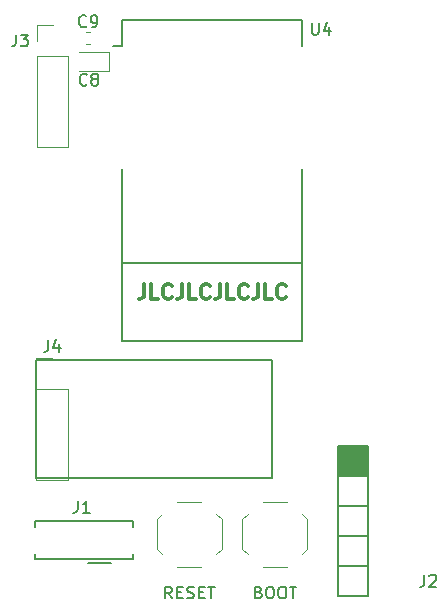
<source format=gto>
%TF.GenerationSoftware,KiCad,Pcbnew,(5.99.0-6613-ge739d5ba65)*%
%TF.CreationDate,2020-11-02T18:56:01+01:00*%
%TF.ProjectId,e28_tx,6532385f-7478-42e6-9b69-6361645f7063,rev?*%
%TF.SameCoordinates,PX5f5e100PY8f0d180*%
%TF.FileFunction,Legend,Top*%
%TF.FilePolarity,Positive*%
%FSLAX46Y46*%
G04 Gerber Fmt 4.6, Leading zero omitted, Abs format (unit mm)*
G04 Created by KiCad (PCBNEW (5.99.0-6613-ge739d5ba65)) date 2020-11-02 18:56:01*
%MOMM*%
%LPD*%
G01*
G04 APERTURE LIST*
%ADD10C,0.300000*%
%ADD11C,0.150000*%
%ADD12C,0.120000*%
%ADD13C,0.100000*%
G04 APERTURE END LIST*
D10*
X14556190Y27414524D02*
X14556190Y26521667D01*
X14496666Y26343096D01*
X14377619Y26224048D01*
X14199047Y26164524D01*
X14080000Y26164524D01*
X15746666Y26164524D02*
X15151428Y26164524D01*
X15151428Y27414524D01*
X16877619Y26283572D02*
X16818095Y26224048D01*
X16639523Y26164524D01*
X16520476Y26164524D01*
X16341904Y26224048D01*
X16222857Y26343096D01*
X16163333Y26462143D01*
X16103809Y26700239D01*
X16103809Y26878810D01*
X16163333Y27116905D01*
X16222857Y27235953D01*
X16341904Y27355000D01*
X16520476Y27414524D01*
X16639523Y27414524D01*
X16818095Y27355000D01*
X16877619Y27295477D01*
X17770476Y27414524D02*
X17770476Y26521667D01*
X17710952Y26343096D01*
X17591904Y26224048D01*
X17413333Y26164524D01*
X17294285Y26164524D01*
X18960952Y26164524D02*
X18365714Y26164524D01*
X18365714Y27414524D01*
X20091904Y26283572D02*
X20032380Y26224048D01*
X19853809Y26164524D01*
X19734761Y26164524D01*
X19556190Y26224048D01*
X19437142Y26343096D01*
X19377619Y26462143D01*
X19318095Y26700239D01*
X19318095Y26878810D01*
X19377619Y27116905D01*
X19437142Y27235953D01*
X19556190Y27355000D01*
X19734761Y27414524D01*
X19853809Y27414524D01*
X20032380Y27355000D01*
X20091904Y27295477D01*
X20984761Y27414524D02*
X20984761Y26521667D01*
X20925238Y26343096D01*
X20806190Y26224048D01*
X20627619Y26164524D01*
X20508571Y26164524D01*
X22175238Y26164524D02*
X21580000Y26164524D01*
X21580000Y27414524D01*
X23306190Y26283572D02*
X23246666Y26224048D01*
X23068095Y26164524D01*
X22949047Y26164524D01*
X22770476Y26224048D01*
X22651428Y26343096D01*
X22591904Y26462143D01*
X22532380Y26700239D01*
X22532380Y26878810D01*
X22591904Y27116905D01*
X22651428Y27235953D01*
X22770476Y27355000D01*
X22949047Y27414524D01*
X23068095Y27414524D01*
X23246666Y27355000D01*
X23306190Y27295477D01*
X24199047Y27414524D02*
X24199047Y26521667D01*
X24139523Y26343096D01*
X24020476Y26224048D01*
X23841904Y26164524D01*
X23722857Y26164524D01*
X25389523Y26164524D02*
X24794285Y26164524D01*
X24794285Y27414524D01*
X26520476Y26283572D02*
X26460952Y26224048D01*
X26282380Y26164524D01*
X26163333Y26164524D01*
X25984761Y26224048D01*
X25865714Y26343096D01*
X25806190Y26462143D01*
X25746666Y26700239D01*
X25746666Y26878810D01*
X25806190Y27116905D01*
X25865714Y27235953D01*
X25984761Y27355000D01*
X26163333Y27414524D01*
X26282380Y27414524D01*
X26460952Y27355000D01*
X26520476Y27295477D01*
D11*
X5400000Y11000000D02*
X25400000Y11000000D01*
X25400000Y11000000D02*
X25400000Y21000000D01*
X25400000Y21000000D02*
X5400000Y21000000D01*
X5400000Y21000000D02*
X5400000Y11000000D01*
%TO.C,J1*%
X8916666Y9047620D02*
X8916666Y8333334D01*
X8869047Y8190477D01*
X8773809Y8095239D01*
X8630952Y8047620D01*
X8535714Y8047620D01*
X9916666Y8047620D02*
X9345238Y8047620D01*
X9630952Y8047620D02*
X9630952Y9047620D01*
X9535714Y8904762D01*
X9440476Y8809524D01*
X9345238Y8761905D01*
%TO.C,C8*%
X9683333Y44317858D02*
X9635714Y44270239D01*
X9492857Y44222620D01*
X9397619Y44222620D01*
X9254761Y44270239D01*
X9159523Y44365477D01*
X9111904Y44460715D01*
X9064285Y44651191D01*
X9064285Y44794048D01*
X9111904Y44984524D01*
X9159523Y45079762D01*
X9254761Y45175000D01*
X9397619Y45222620D01*
X9492857Y45222620D01*
X9635714Y45175000D01*
X9683333Y45127381D01*
X10254761Y44794048D02*
X10159523Y44841667D01*
X10111904Y44889286D01*
X10064285Y44984524D01*
X10064285Y45032143D01*
X10111904Y45127381D01*
X10159523Y45175000D01*
X10254761Y45222620D01*
X10445238Y45222620D01*
X10540476Y45175000D01*
X10588095Y45127381D01*
X10635714Y45032143D01*
X10635714Y44984524D01*
X10588095Y44889286D01*
X10540476Y44841667D01*
X10445238Y44794048D01*
X10254761Y44794048D01*
X10159523Y44746429D01*
X10111904Y44698810D01*
X10064285Y44603572D01*
X10064285Y44413096D01*
X10111904Y44317858D01*
X10159523Y44270239D01*
X10254761Y44222620D01*
X10445238Y44222620D01*
X10540476Y44270239D01*
X10588095Y44317858D01*
X10635714Y44413096D01*
X10635714Y44603572D01*
X10588095Y44698810D01*
X10540476Y44746429D01*
X10445238Y44794048D01*
%TO.C,SW2*%
X24242857Y1321429D02*
X24385714Y1273810D01*
X24433333Y1226191D01*
X24480952Y1130953D01*
X24480952Y988096D01*
X24433333Y892858D01*
X24385714Y845239D01*
X24290476Y797620D01*
X23909523Y797620D01*
X23909523Y1797620D01*
X24242857Y1797620D01*
X24338095Y1750000D01*
X24385714Y1702381D01*
X24433333Y1607143D01*
X24433333Y1511905D01*
X24385714Y1416667D01*
X24338095Y1369048D01*
X24242857Y1321429D01*
X23909523Y1321429D01*
X25100000Y1797620D02*
X25290476Y1797620D01*
X25385714Y1750000D01*
X25480952Y1654762D01*
X25528571Y1464286D01*
X25528571Y1130953D01*
X25480952Y940477D01*
X25385714Y845239D01*
X25290476Y797620D01*
X25100000Y797620D01*
X25004761Y845239D01*
X24909523Y940477D01*
X24861904Y1130953D01*
X24861904Y1464286D01*
X24909523Y1654762D01*
X25004761Y1750000D01*
X25100000Y1797620D01*
X26147619Y1797620D02*
X26338095Y1797620D01*
X26433333Y1750000D01*
X26528571Y1654762D01*
X26576190Y1464286D01*
X26576190Y1130953D01*
X26528571Y940477D01*
X26433333Y845239D01*
X26338095Y797620D01*
X26147619Y797620D01*
X26052380Y845239D01*
X25957142Y940477D01*
X25909523Y1130953D01*
X25909523Y1464286D01*
X25957142Y1654762D01*
X26052380Y1750000D01*
X26147619Y1797620D01*
X26861904Y1797620D02*
X27433333Y1797620D01*
X27147619Y797620D02*
X27147619Y1797620D01*
%TO.C,C9*%
X9633333Y49267858D02*
X9585714Y49220239D01*
X9442857Y49172620D01*
X9347619Y49172620D01*
X9204761Y49220239D01*
X9109523Y49315477D01*
X9061904Y49410715D01*
X9014285Y49601191D01*
X9014285Y49744048D01*
X9061904Y49934524D01*
X9109523Y50029762D01*
X9204761Y50125000D01*
X9347619Y50172620D01*
X9442857Y50172620D01*
X9585714Y50125000D01*
X9633333Y50077381D01*
X10109523Y49172620D02*
X10300000Y49172620D01*
X10395238Y49220239D01*
X10442857Y49267858D01*
X10538095Y49410715D01*
X10585714Y49601191D01*
X10585714Y49982143D01*
X10538095Y50077381D01*
X10490476Y50125000D01*
X10395238Y50172620D01*
X10204761Y50172620D01*
X10109523Y50125000D01*
X10061904Y50077381D01*
X10014285Y49982143D01*
X10014285Y49744048D01*
X10061904Y49648810D01*
X10109523Y49601191D01*
X10204761Y49553572D01*
X10395238Y49553572D01*
X10490476Y49601191D01*
X10538095Y49648810D01*
X10585714Y49744048D01*
%TO.C,U4*%
X28738095Y49547620D02*
X28738095Y48738096D01*
X28785714Y48642858D01*
X28833333Y48595239D01*
X28928571Y48547620D01*
X29119047Y48547620D01*
X29214285Y48595239D01*
X29261904Y48642858D01*
X29309523Y48738096D01*
X29309523Y49547620D01*
X30214285Y49214286D02*
X30214285Y48547620D01*
X29976190Y49595239D02*
X29738095Y48880953D01*
X30357142Y48880953D01*
%TO.C,J4*%
X6416666Y22687620D02*
X6416666Y21973334D01*
X6369047Y21830477D01*
X6273809Y21735239D01*
X6130952Y21687620D01*
X6035714Y21687620D01*
X7321428Y22354286D02*
X7321428Y21687620D01*
X7083333Y22735239D02*
X6845238Y22020953D01*
X7464285Y22020953D01*
%TO.C,SW1*%
X16897619Y797620D02*
X16564285Y1273810D01*
X16326190Y797620D02*
X16326190Y1797620D01*
X16707142Y1797620D01*
X16802380Y1750000D01*
X16850000Y1702381D01*
X16897619Y1607143D01*
X16897619Y1464286D01*
X16850000Y1369048D01*
X16802380Y1321429D01*
X16707142Y1273810D01*
X16326190Y1273810D01*
X17326190Y1321429D02*
X17659523Y1321429D01*
X17802380Y797620D02*
X17326190Y797620D01*
X17326190Y1797620D01*
X17802380Y1797620D01*
X18183333Y845239D02*
X18326190Y797620D01*
X18564285Y797620D01*
X18659523Y845239D01*
X18707142Y892858D01*
X18754761Y988096D01*
X18754761Y1083334D01*
X18707142Y1178572D01*
X18659523Y1226191D01*
X18564285Y1273810D01*
X18373809Y1321429D01*
X18278571Y1369048D01*
X18230952Y1416667D01*
X18183333Y1511905D01*
X18183333Y1607143D01*
X18230952Y1702381D01*
X18278571Y1750000D01*
X18373809Y1797620D01*
X18611904Y1797620D01*
X18754761Y1750000D01*
X19183333Y1321429D02*
X19516666Y1321429D01*
X19659523Y797620D02*
X19183333Y797620D01*
X19183333Y1797620D01*
X19659523Y1797620D01*
X19945238Y1797620D02*
X20516666Y1797620D01*
X20230952Y797620D02*
X20230952Y1797620D01*
%TO.C,J3*%
X3691666Y48547620D02*
X3691666Y47833334D01*
X3644047Y47690477D01*
X3548809Y47595239D01*
X3405952Y47547620D01*
X3310714Y47547620D01*
X4072619Y48547620D02*
X4691666Y48547620D01*
X4358333Y48166667D01*
X4501190Y48166667D01*
X4596428Y48119048D01*
X4644047Y48071429D01*
X4691666Y47976191D01*
X4691666Y47738096D01*
X4644047Y47642858D01*
X4596428Y47595239D01*
X4501190Y47547620D01*
X4215476Y47547620D01*
X4120238Y47595239D01*
X4072619Y47642858D01*
%TO.C,J2*%
X38266666Y2797620D02*
X38266666Y2083334D01*
X38219047Y1940477D01*
X38123809Y1845239D01*
X37980952Y1797620D01*
X37885714Y1797620D01*
X38695238Y2702381D02*
X38742857Y2750000D01*
X38838095Y2797620D01*
X39076190Y2797620D01*
X39171428Y2750000D01*
X39219047Y2702381D01*
X39266666Y2607143D01*
X39266666Y2511905D01*
X39219047Y2369048D01*
X38647619Y1797620D01*
X39266666Y1797620D01*
%TO.C,J1*%
X13600000Y4595000D02*
X13600000Y4120000D01*
X13600000Y7320000D02*
X5300000Y7320000D01*
X5300000Y4120000D02*
X5300000Y4595000D01*
X13600000Y6845000D02*
X13600000Y7320000D01*
X5300000Y7320000D02*
X5300000Y6845000D01*
X13600000Y4120000D02*
X5300000Y4120000D01*
X11750000Y3820000D02*
X9750000Y3820000D01*
D12*
%TO.C,C8*%
X11535000Y47035000D02*
X9050000Y47035000D01*
X11535000Y45465000D02*
X11535000Y47035000D01*
X9050000Y45465000D02*
X11535000Y45465000D01*
%TO.C,SW2*%
X27900000Y4550000D02*
X28350000Y5000000D01*
X24600000Y9000000D02*
X26600000Y9000000D01*
X23300000Y7950000D02*
X22850000Y7500000D01*
X28350000Y5000000D02*
X28350000Y7500000D01*
X27900000Y7950000D02*
X28350000Y7500000D01*
X22850000Y5000000D02*
X22850000Y7500000D01*
X23300000Y4550000D02*
X22850000Y5000000D01*
X24600000Y3500000D02*
X26600000Y3500000D01*
%TO.C,C9*%
X9971267Y47740000D02*
X9628733Y47740000D01*
X9971267Y48760000D02*
X9628733Y48760000D01*
D11*
%TO.C,U4*%
X27900000Y49800000D02*
X27900000Y47600000D01*
X27900000Y29200000D02*
X12700000Y29200000D01*
X12700000Y22600000D02*
X27900000Y22600000D01*
X12700000Y37200000D02*
X12700000Y22600000D01*
X12700000Y47600000D02*
X12700000Y49800000D01*
X12700000Y49800000D02*
X27900000Y49800000D01*
X12700000Y47600000D02*
X11900000Y47600000D01*
X27900000Y22600000D02*
X27900000Y37200000D01*
D12*
%TO.C,J4*%
X5420000Y18540000D02*
X5420000Y10860000D01*
X8080000Y18540000D02*
X8080000Y10860000D01*
X5420000Y10860000D02*
X8080000Y10860000D01*
X5420000Y19810000D02*
X5420000Y21140000D01*
X5420000Y18540000D02*
X8080000Y18540000D01*
X5420000Y21140000D02*
X6750000Y21140000D01*
%TO.C,SW1*%
X17350000Y9000000D02*
X19350000Y9000000D01*
X20650000Y4550000D02*
X21100000Y5000000D01*
X21100000Y5000000D02*
X21100000Y7500000D01*
X16050000Y4550000D02*
X15600000Y5000000D01*
X15600000Y5000000D02*
X15600000Y7500000D01*
X17350000Y3500000D02*
X19350000Y3500000D01*
X20650000Y7950000D02*
X21100000Y7500000D01*
X16050000Y7950000D02*
X15600000Y7500000D01*
%TO.C,J3*%
X5470000Y46730000D02*
X5470000Y39050000D01*
X5470000Y39050000D02*
X8130000Y39050000D01*
X5470000Y46730000D02*
X8130000Y46730000D01*
X5470000Y48000000D02*
X5470000Y49330000D01*
X8130000Y46730000D02*
X8130000Y39050000D01*
X5470000Y49330000D02*
X6800000Y49330000D01*
D11*
%TO.C,J2*%
X33460000Y8600000D02*
X30920000Y8600000D01*
X33460000Y3520000D02*
X30920000Y3520000D01*
X33460000Y11140000D02*
X30920000Y11140000D01*
X33460000Y6060000D02*
X30920000Y6060000D01*
X30920000Y13680000D02*
X33460000Y13680000D01*
X33460000Y13680000D02*
X33460000Y980000D01*
X33460000Y980000D02*
X30920000Y980000D01*
X30920000Y980000D02*
X30920000Y13680000D01*
G36*
X33460000Y11140000D02*
G01*
X30920000Y11140000D01*
X30920000Y13680000D01*
X33460000Y13680000D01*
X33460000Y11140000D01*
G37*
D13*
X33460000Y11140000D02*
X30920000Y11140000D01*
X30920000Y13680000D01*
X33460000Y13680000D01*
X33460000Y11140000D01*
%TD*%
M02*

</source>
